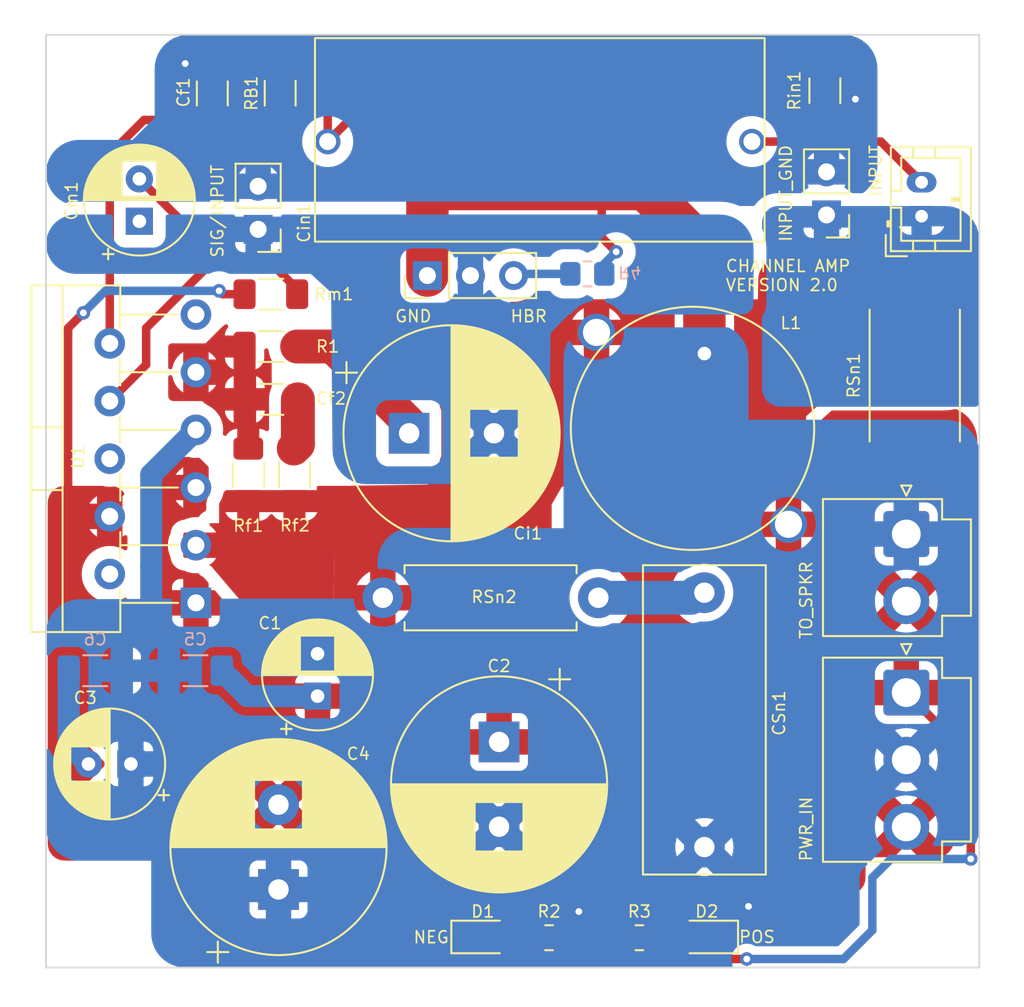
<source format=kicad_pcb>
(kicad_pcb (version 20240108) (generator "pcbnew") (generator_version "8.0")
  (layers (0 "F.Cu" signal) (31 "B.Cu" signal) (34 "B.Paste" user) (35 "F.Paste" user) (36 "B.SilkS" user "B.Silkscreen") (37 "F.SilkS" user "F.Silkscreen") (38 "B.Mask" user) (39 "F.Mask" user) (44 "Edge.Cuts" user))
  (net 0 "")
  (net 1 "CH1-IN")
  (net 2 "Net-(Ci1-Pad1)")
  (net 3 "VP")
  (net 4 "VM")
  (net 5 "CH1-OUT")
  (net 6 "INPUTGND")
  (net 7 "PGND")
  (net 8 "Net-(CSn1-Pad2)")
  (net 9 "Net-(D1-A)")
  (net 10 "Net-(D2-A)")
  (net 11 "Net-(Cin1-Pad2)")
  (net 12 "Net-(L1-Pad1)")
  (net 13 "SIGGND")
  (net 14 "Net-(U1-+)")
  (net 15 "CH1GND")
  (net 16 "OPAMP_NEG")
  (net 17 "Net-(Cf2-Pad1)")
  (net 19 "Net-(U1-MUTE)")
  (net 20 "Net-(J4-Pin_3)")
  (footprint "Capacitor_SMD:C_1206_3216Metric_Pad1.33x1.80mm_HandSolder" (layer "F.Cu") (at 86.1 80.9125 90)
    (property "Reference" "Cf1" (at 0.0625 -1.7 90) (layer "F.SilkS") (effects (font (size 0.7 0.7) (thickness 0.1))))
    (property "Value" "680p")
    (pad "1" smd roundrect (at -1.5625 0 90) (size 1.325 1.8) (layers "F.Cu" "F.Paste" "F.Mask") (roundrect_rratio 0.188679) (net 14 "Net-(U1-+)"))
    (pad "2" smd roundrect (at 1.5625 0 90) (size 1.325 1.8) (layers "F.Cu" "F.Paste" "F.Mask") (roundrect_rratio 0.188679) (net 6 "INPUTGND"))
  )
  (footprint "Resistor_SMD:R_1206_3216Metric_Pad1.30x1.75mm_HandSolder" (layer "F.Cu") (at 89.55 95.835)
    (property "Reference" "R1" (at 3.35 0 0) (layer "F.SilkS") (effects (font (size 0.7 0.7) (thickness 0.1))))
    (property "Value" "1.0K")
    (pad "1" smd roundrect (at -1.55 0) (size 1.3 1.75) (layers "F.Cu" "F.Paste" "F.Mask") (roundrect_rratio 0.192308) (net 16 "OPAMP_NEG"))
    (pad "2" smd roundrect (at 1.55 0) (size 1.3 1.75) (layers "F.Cu" "F.Paste" "F.Mask") (roundrect_rratio 0.192308) (net 2 "Net-(Ci1-Pad1)"))
  )
  (footprint "Capacitor_THT:CP_Radial_D6.3mm_P2.50mm" (layer "F.Cu") (at 81.3 120.45 180)
    (property "Reference" "C3" (at 2.687379 3.9 0) (layer "F.SilkS") (effects (font (size 0.7 0.7) (thickness 0.1))))
    (property "Value" "22U 50V")
    (pad "1" thru_hole rect (at 0 0 180) (size 1.6 1.6) (drill 0.8) (layers "*.Cu" "*.Mask") (net 7 "PGND"))
    (pad "2" thru_hole circle (at 2.5 0 180) (size 1.6 1.6) (drill 0.8) (layers "*.Cu" "*.Mask") (net 4 "VM"))
  )
  (footprint "Resistor_SMD:R_0805_2012Metric_Pad1.20x1.40mm_HandSolder" (layer "F.Cu") (at 111.27 130.695 180)
    (property "Reference" "R3" (at 0 1.545 0) (layer "F.SilkS") (effects (font (size 0.7 0.7) (thickness 0.1))))
    (property "Value" "9.1K")
    (pad "1" smd roundrect (at -1 0 180) (size 1.2 1.4) (layers "F.Cu" "F.Paste" "F.Mask") (roundrect_rratio 0.208333) (net 10 "Net-(D2-A)"))
    (pad "2" smd roundrect (at 1 0 180) (size 1.2 1.4) (layers "F.Cu" "F.Paste" "F.Mask") (roundrect_rratio 0.208333) (net 3 "VP"))
  )
  (footprint "Capacitor_THT:CP_Radial_D6.3mm_P2.50mm" (layer "F.Cu") (at 92.3 116.45 90)
    (property "Reference" "C1" (at 4.3 -2.8 0) (layer "F.SilkS") (effects (font (size 0.7 0.7) (thickness 0.1))))
    (property "Value" "22U 50V")
    (pad "1" thru_hole rect (at 0 0 90) (size 1.6 1.6) (drill 0.8) (layers "*.Cu" "*.Mask") (net 3 "VP"))
    (pad "2" thru_hole circle (at 2.5 0 90) (size 1.6 1.6) (drill 0.8) (layers "*.Cu" "*.Mask") (net 7 "PGND"))
  )
  (footprint "Capacitor_THT:CP_Radial_D12.5mm_P5.00mm" (layer "F.Cu") (at 97.7 100.95)
    (property "Reference" "Ci1" (at 7 5.9 0) (layer "F.SilkS") (effects (font (size 0.7 0.7) (thickness 0.1))))
    (property "Value" "470U")
    (pad "1" thru_hole rect (at 0 0) (size 2.4 2.4) (drill 1.2) (layers "*.Cu" "*.Mask") (net 2 "Net-(Ci1-Pad1)"))
    (pad "2" thru_hole circle (at 5 0) (size 2.4 2.4) (drill 1.2) (layers "*.Cu" "*.Mask") (net 13 "SIGGND"))
  )
  (footprint "MountingHole:MountingHole_3mm" (layer "F.Cu") (at 128.8 129.95)
    (property "Reference" "H4" (hide yes))
    (property "Value" "MountingHole")
    (pad "" np_thru_hole circle (at 0 0) (size 3 3) (drill 3) (layers "*.Cu" "*.Mask"))
  )
  (footprint "Connector_JST:JST_PH_B2B-PH-K_1x02_P2.00mm_Vertical" (layer "F.Cu") (at 127.9 88.15 90)
    (property "Reference" "J1" (hide yes))
    (property "Value" "Conn_01x02_Male")
    (pad "1" thru_hole roundrect (at 0 0 90) (size 1.2 1.75) (drill 0.75) (layers "*.Cu" "*.Mask") (roundrect_rratio 0.208333) (net 15 "CH1GND"))
    (pad "2" thru_hole oval (at 2 0 90) (size 1.2 1.75) (drill 0.75) (layers "*.Cu" "*.Mask") (net 1 "CH1-IN"))
  )
  (footprint "Connector_JST:JST_VH_B3P-VH-B_1x03_P3.96mm_Vertical" (layer "F.Cu") (at 127 116.24 -90)
    (property "Reference" "J6" (hide yes))
    (property "Value" "Conn_01x03_Male")
    (pad "1" thru_hole roundrect (at 0 0 270) (size 2.7 2.7) (drill 1.7) (layers "*.Cu" "*.Mask") (roundrect_rratio 0.092593) (net 3 "VP"))
    (pad "2" thru_hole circle (at 3.96 0 270) (size 2.7 2.7) (drill 1.7) (layers "*.Cu" "*.Mask") (net 7 "PGND"))
    (pad "3" thru_hole circle (at 7.92 0 270) (size 2.7 2.7) (drill 1.7) (layers "*.Cu" "*.Mask") (net 4 "VM"))
  )
  (footprint "Resistor_THT:R_Axial_DIN0411_L9.9mm_D3.6mm_P12.70mm_Horizontal" (layer "F.Cu") (at 108.85 110.65 180)
    (property "Reference" "RSn2" (at 6.15 0.05 0) (layer "F.SilkS") (effects (font (size 0.7 0.7) (thickness 0.1))))
    (property "Value" "4R7")
    (pad "1" thru_hole circle (at 0 0 180) (size 2.4 2.4) (drill 1.2) (layers "*.Cu" "*.Mask") (net 8 "Net-(CSn1-Pad2)"))
    (pad "2" thru_hole oval (at 12.7 0 180) (size 2.4 2.4) (drill 1.2) (layers "*.Cu" "*.Mask") (net 12 "Net-(L1-Pad1)"))
  )
  (footprint "Connector_PinHeader_2.54mm:PinHeader_1x02_P2.54mm_Vertical" (layer "F.Cu") (at 122.3 88.075 180)
    (property "Reference" "J2" (hide yes))
    (property "Value" "Conn_01x02_Male")
    (pad "1" thru_hole rect (at 0 0 180) (size 1.7 1.7) (drill 1) (layers "*.Cu" "*.Mask") (net 15 "CH1GND"))
    (pad "2" thru_hole oval (at 0 2.54 180) (size 1.7 1.7) (drill 1) (layers "*.Cu" "*.Mask") (net 6 "INPUTGND"))
  )
  (footprint "Resistor_SMD:R_1206_3216Metric_Pad1.30x1.75mm_HandSolder" (layer "F.Cu") (at 89.55 92.75 180)
    (property "Reference" "Rm1" (at -3.716667 0 0) (layer "F.SilkS") (effects (font (size 0.7 0.7) (thickness 0.1))))
    (property "Value" "38.3K")
    (pad "1" smd roundrect (at -1.55 0 180) (size 1.3 1.75) (layers "F.Cu" "F.Paste" "F.Mask") (roundrect_rratio 0.192308) (net 19 "Net-(U1-MUTE)"))
    (pad "2" smd roundrect (at 1.55 0 180) (size 1.3 1.75) (layers "F.Cu" "F.Paste" "F.Mask") (roundrect_rratio 0.192308) (net 4 "VM"))
  )
  (footprint "MountingHole:MountingHole_3mm" (layer "F.Cu") (at 78.8 79.95)
    (property "Reference" "H1" (hide yes))
    (property "Value" "MountingHole")
    (pad "" np_thru_hole circle (at 0 0) (size 3 3) (drill 3) (layers "*.Cu" "*.Mask"))
  )
  (footprint "Package_TO_SOT_THT:TO-220-11_P3.4x5.08mm_StaggerOdd_Lead4.85mm_Vertical" (layer "F.Cu") (at 85.135 110.95 90)
    (property "Reference" "U1" (at 8.6 -6.935 90) (layer "F.SilkS") (effects (font (size 0.7 0.7) (thickness 0.1))))
    (property "Value" "LM3886")
    (pad "1" thru_hole rect (at 0 0 90) (size 1.8 1.8) (drill 1) (layers "*.Cu" "*.Mask") (net 3 "VP"))
    (pad "2" thru_hole oval (at 1.7 -5.08 90) (size 1.8 1.8) (drill 1) (layers "*.Cu" "*.Mask"))
    (pad "3" thru_hole oval (at 3.4 0 90) (size 1.8 1.8) (drill 1) (layers "*.Cu" "*.Mask") (net 12 "Net-(L1-Pad1)"))
    (pad "4" thru_hole oval (at 5.1 -5.08 90) (size 1.8 1.8) (drill 1) (layers "*.Cu" "*.Mask") (net 4 "VM"))
    (pad "5" thru_hole oval (at 6.8 0 90) (size 1.8 1.8) (drill 1) (layers "*.Cu" "*.Mask") (net 3 "VP"))
    (pad "6" thru_hole oval (at 8.5 -5.08 90) (size 1.8 1.8) (drill 1) (layers "*.Cu" "*.Mask"))
    (pad "7" thru_hole oval (at 10.2 0 90) (size 1.8 1.8) (drill 1) (layers "*.Cu" "*.Mask") (net 7 "PGND"))
    (pad "8" thru_hole oval (at 11.9 -5.08 90) (size 1.8 1.8) (drill 1) (layers "*.Cu" "*.Mask") (net 19 "Net-(U1-MUTE)"))
    (pad "9" thru_hole oval (at 13.6 0 90) (size 1.8 1.8) (drill 1) (layers "*.Cu" "*.Mask") (net 16 "OPAMP_NEG"))
    (pad "10" thru_hole oval (at 15.3 -5.08 90) (size 1.8 1.8) (drill 1) (layers "*.Cu" "*.Mask") (net 14 "Net-(U1-+)"))
    (pad "11" thru_hole oval (at 17 0 90) (size 1.8 1.8) (drill 1) (layers "*.Cu" "*.Mask"))
  )
  (footprint "Components:4.7uF Polypropylene Aliexpress" (layer "F.Cu") (at 105.4 83.75 180)
    (property "Reference" "Cin1" (at 13.9 -4.8 90) (layer "F.SilkS") (effects (font (size 0.7 0.7) (thickness 0.1))))
    (property "Value" "4.7u")
    (pad "1" thru_hole circle (at -12.5 0 180) (size 1.5 1.5) (drill 1) (layers "*.Cu" "*.Mask") (net 1 "CH1-IN"))
    (pad "2" thru_hole circle (at 12.5 0 180) (size 1.5 1.5) (drill 1) (layers "*.Cu" "*.Mask") (net 11 "Net-(Cin1-Pad2)"))
  )
  (footprint "Connector_PinHeader_2.54mm:PinHeader_1x03_P2.54mm_Vertical" (layer "F.Cu") (at 98.775 91.65 90)
    (property "Reference" "J4" (hide yes))
    (property "Value" "Conn_01x03_Male")
    (pad "1" thru_hole rect (at 0 0 90) (size 1.7 1.7) (drill 1) (layers "*.Cu" "*.Mask") (net 7 "PGND"))
    (pad "2" thru_hole oval (at 0 2.54 90) (size 1.7 1.7) (drill 1) (layers "*.Cu" "*.Mask") (net 13 "SIGGND"))
    (pad "3" thru_hole oval (at 0 5.08 90) (size 1.7 1.7) (drill 1) (layers "*.Cu" "*.Mask") (net 20 "Net-(J4-Pin_3)"))
  )
  (footprint "Capacitor_THT:C_Rect_L18.0mm_W7.0mm_P15.00mm_FKS3_FKP3" (layer "F.Cu") (at 115.1 125.35 90)
    (property "Reference" "CSn1" (at 7.9 4.4 90) (layer "F.SilkS") (effects (font (size 0.7 0.7) (thickness 0.1))))
    (property "Value" " 220N PP 100V")
    (pad "1" thru_hole circle (at 0 0 90) (size 2.4 2.4) (drill 1.2) (layers "*.Cu" "*.Mask") (net 7 "PGND"))
    (pad "2" thru_hole circle (at 15 0 90) (size 2.4 2.4) (drill 1.2) (layers "*.Cu" "*.Mask") (net 8 "Net-(CSn1-Pad2)"))
  )
  (footprint "Resistor_SMD:R_0805_2012Metric_Pad1.20x1.40mm_HandSolder" (layer "F.Cu") (at 105.945 130.695)
    (property "Reference" "R2" (at 0 -1.545 0) (layer "F.SilkS") (effects (font (size 0.7 0.7) (thickness 0.1))))
    (property "Value" "9.1K")
    (pad "1" smd roundrect (at -1 0) (size 1.2 1.4) (layers "F.Cu" "F.Paste" "F.Mask") (roundrect_rratio 0.208333) (net 9 "Net-(D1-A)"))
    (pad "2" smd roundrect (at 1 0) (size 1.2 1.4) (layers "F.Cu" "F.Paste" "F.Mask") (roundrect_rratio 0.208333) (net 7 "PGND"))
  )
  (footprint "MountingHole:MountingHole_3mm" (layer "F.Cu") (at 128.8 79.95)
    (property "Reference" "H2" (hide yes))
    (property "Value" "MountingHole")
    (pad "" np_thru_hole circle (at 0 0) (size 3 3) (drill 3) (layers "*.Cu" "*.Mask"))
  )
  (footprint "Resistor_SMD:R_4020_10251Metric_Pad1.65x5.30mm_HandSolder" (layer "F.Cu") (at 127.5 97.55 90)
    (property "Reference" "RSn1" (at 0 -3.6 90) (layer "F.SilkS") (effects (font (size 0.7 0.7) (thickness 0.1))))
    (property "Value" "10R")
    (pad "1" smd roundrect (at -4.9 0 90) (size 1.65 5.3) (layers "F.Cu" "F.Paste" "F.Mask") (roundrect_rratio 0.151515) (net 5 "CH1-OUT"))
    (pad "2" smd roundrect (at 4.9 0 90) (size 1.65 5.3) (layers "F.Cu" "F.Paste" "F.Mask") (roundrect_rratio 0.151515) (net 12 "Net-(L1-Pad1)"))
  )
  (footprint "Connector_JST:JST_VH_B2P-VH_1x02_P3.96mm_Vertical" (layer "F.Cu") (at 127 106.89 -90)
    (property "Reference" "J5" (hide yes))
    (property "Value" "Conn_01x02_Male")
    (pad "1" thru_hole roundrect (at 0 0 270) (size 2.7 2.7) (drill 1.7) (layers "*.Cu" "*.Mask") (roundrect_rratio 0.092593) (net 7 "PGND"))
    (pad "2" thru_hole circle (at 3.96 0 270) (size 2.7 2.7) (drill 1.7) (layers "*.Cu" "*.Mask") (net 5 "CH1-OUT"))
  )
  (footprint "LED_SMD:LED_0805_2012Metric_Pad1.15x1.40mm_HandSolder" (layer "F.Cu") (at 115.225 130.65 180)
    (property "Reference" "D2" (at -0.02 1.5 0) (layer "F.SilkS") (effects (font (size 0.7 0.7) (thickness 0.1))))
    (property "Value" "BLUE")
    (pad "1" smd roundrect (at -1.025 0 180) (size 1.15 1.4) (layers "F.Cu" "F.Paste" "F.Mask") (roundrect_rratio 0.217391) (net 7 "PGND"))
    (pad "2" smd roundrect (at 1.025 0 180) (size 1.15 1.4) (layers "F.Cu" "F.Paste" "F.Mask") (roundrect_rratio 0.217391) (net 10 "Net-(D2-A)"))
  )
  (footprint "Resistor_SMD:R_1206_3216Metric_Pad1.30x1.75mm_HandSolder" (layer "F.Cu") (at 122.2 80.75 90)
    (property "Reference" "Rin1" (at 0 -1.8 90) (layer "F.SilkS") (effects (font (size 0.7 0.7) (thickness 0.1))))
    (property "Value" "20K")
    (pad "1" smd roundrect (at -1.55 0 90) (size 1.3 1.75) (layers "F.Cu" "F.Paste" "F.Mask") (roundrect_rratio 0.192308) (net 6 "INPUTGND"))
    (pad "2" smd roundrect (at 1.55 0 90) (size 1.3 1.75) (layers "F.Cu" "F.Paste" "F.Mask") (roundrect_rratio 0.192308) (net 11 "Net-(Cin1-Pad2)"))
  )
  (footprint "Capacitor_THT:CP_Radial_D6.3mm_P2.50mm" (layer "F.Cu") (at 81.8 88.45 90)
    (property "Reference" "Cm1" (at 1.2 -4 90) (layer "F.SilkS") (effects (font (size 0.7 0.7) (thickness 0.1))))
    (property "Value" "47U 50V")
    (pad "1" thru_hole rect (at 0 0 90) (size 1.6 1.6) (drill 0.8) (layers "*.Cu" "*.Mask"))
    (pad "2" thru_hole circle (at 2.5 0 90) (size 1.6 1.6) (drill 0.8) (layers "*.Cu" "*.Mask") (net 19 "Net-(U1-MUTE)"))
  )
  (footprint "Capacitor_SMD:C_1206_3216Metric_Pad1.33x1.80mm_HandSolder" (layer "F.Cu") (at 89.58 98.95 180)
    (property "Reference" "Cf2" (at -3.52 0.05 0) (layer "F.SilkS") (effects (font (size 0.7 0.7) (thickness 0.1))))
    (property "Value" "47P")
    (pad "1" smd roundrect (at -1.5625 0 180) (size 1.325 1.8) (layers "F.Cu" "F.Paste" "F.Mask") (roundrect_rratio 0.188679) (net 17 "Net-(Cf2-Pad1)"))
    (pad "2" smd roundrect (at 1.5625 0 180) (size 1.325 1.8) (layers "F.Cu" "F.Paste" "F.Mask") (roundrect_rratio 0.188679) (net 16 "OPAMP_NEG"))
  )
  (footprint "Capacitor_THT:CP_Radial_D12.5mm_P5.00mm" (layer "F.Cu") (at 103 119.15 -90)
    (property "Reference" "C2" (at -4.476041 0 0) (layer "F.SilkS") (effects (font (size 0.7 0.7) (thickness 0.1))))
    (property "Value" "1000U 50V")
    (pad "1" thru_hole rect (at 0 0 270) (size 2.4 2.4) (drill 1.2) (layers "*.Cu" "*.Mask") (net 3 "VP"))
    (pad "2" thru_hole circle (at 5 0 270) (size 2.4 2.4) (drill 1.2) (layers "*.Cu" "*.Mask") (net 7 "PGND"))
  )
  (footprint "MountingHole:MountingHole_3mm" (layer "F.Cu") (at 78.8 129.95)
    (property "Reference" "H3" (hide yes))
    (property "Value" "MountingHole")
    (pad "" np_thru_hole circle (at 0 0) (size 3 3) (drill 3) (layers "*.Cu" "*.Mask"))
  )
  (footprint "Resistor_SMD:R_1206_3216Metric_Pad1.30x1.75mm_HandSolder" (layer "F.Cu") (at 90.94 103.4 90)
    (property "Reference" "Rf2" (at -2.98 0.03 0) (layer "F.SilkS") (effects (font (size 0.7 0.7) (thickness 0.1))))
    (property "Value" "20K")
    (pad "1" smd roundrect (at -1.55 0 90) (size 1.3 1.75) (layers "F.Cu" "F.Paste" "F.Mask") (roundrect_rratio 0.192308) (net 12 "Net-(L1-Pad1)"))
    (pad "2" smd roundrect (at 1.55 0 90) (size 1.3 1.75) (layers "F.Cu" "F.Paste" "F.Mask") (roundrect_rratio 0.192308) (net 17 "Net-(Cf2-Pad1)"))
  )
  (footprint "Resistor_SMD:R_1206_3216Metric_Pad1.30x1.75mm_HandSolder" (layer "F.Cu") (at 90.1 80.9 -90)
    (property "Reference" "RB1" (at 0 1.7 90) (layer "F.SilkS") (effects (font (size 0.7 0.7) (thickness 0.1))))
    (property "Value" "1.2K")
    (pad "1" smd roundrect (at -1.55 0 270) (size 1.3 1.75) (layers "F.Cu" "F.Paste" "F.Mask") (roundrect_rratio 0.192308) (net 11 "Net-(Cin1-Pad2)"))
    (pad "2" smd roundrect (at 1.55 0 270) (size 1.3 1.75) (layers "F.Cu" "F.Paste" "F.Mask") (roundrect_rratio 0.192308) (net 14 "Net-(U1-+)"))
  )
  (footprint "Resistor_SMD:R_1206_3216Metric_Pad1.30x1.75mm_HandSolder" (layer "F.Cu") (at 88.22 103.4 90)
    (property "Reference" "Rf1" (at -3 0 0) (layer "F.SilkS") (effects (font (size 0.7 0.7) (thickness 0.1))))
    (property "Value" "23.4K")
    (pad "1" smd roundrect (at -1.55 0 90) (size 1.3 1.75) (layers "F.Cu" "F.Paste" "F.Mask") (roundrect_rratio 0.192308) (net 12 "Net-(L1-Pad1)"))
    (pad "2" smd roundrect (at 1.55 0 90) (size 1.3 1.75) (layers "F.Cu" "F.Paste" "F.Mask") (roundrect_rratio 0.192308) (net 16 "OPAMP_NEG"))
  )
  (footprint "Connector_PinHeader_2.54mm:PinHeader_1x02_P2.54mm_Vertical" (layer "F.Cu") (at 88.8 88.925 180)
    (property "Reference" "J3" (hide yes))
    (property "Value" "Conn_01x02_Male")
    (pad "1" thru_hole rect (at 0 0 180) (size 1.7 1.7) (drill 1) (layers "*.Cu" "*.Mask") (net 13 "SIGGND"))
    (pad "2" thru_hole oval (at 0 2.54 180) (size 1.7 1.7) (drill 1) (layers "*.Cu" "*.Mask") (net 6 "INPUTGND"))
  )
  (footprint "Components:500nH Inductor Aliexpress Air Gap" (layer "F.Cu") (at 114.4 100.65973 -45)
    (property "Reference" "L1" (at -0.289723 -8.492162 0) (layer "F.SilkS") (effects (font (size 0.7 0.7) (thickness 0.1))))
    (property "Value" "500nH")
    (pad "1" thru_hole circle (at -8 0 315) (size 2.2 2.2) (drill 1.6) (layers "*.Cu" "*.Mask") (net 12 "Net-(L1-Pad1)"))
    (pad "2" thru_hole circle (at 8 0 315) (size 2.2 2.2) (drill 1.6) (layers "*.Cu" "*.Mask") (net 5 "CH1-OUT"))
  )
  (footprint "LED_SMD:LED_0805_2012Metric_Pad1.15x1.40mm_HandSolder" (layer "F.Cu") (at 102.045 130.65)
    (property "Reference" "D1" (at 0 -1.5 0) (layer "F.SilkS") (effects (font (size 0.7 0.7) (thickness 0.1))))
    (property "Value" "YELLOW")
    (pad "1" smd roundrect (at -1.025 0) (size 1.15 1.4) (layers "F.Cu" "F.Paste" "F.Mask") (roundrect_rratio 0.217391) (net 4 "VM"))
    (pad "2" smd roundrect (at 1.025 0) (size 1.15 1.4) (layers "F.Cu" "F.Paste" "F.Mask") (roundrect_rratio 0.217391) (net 9 "Net-(D1-A)"))
  )
  (footprint "Capacitor_THT:CP_Radial_D12.5mm_P5.00mm" (layer "F.Cu") (at 90 127.85 90)
    (property "Reference" "C4" (at 8 4.7 0) (layer "F.SilkS") (effects (font (size 0.7 0.7) (thickness 0.1))))
    (property "Value" "1000U 50V")
    (pad "1" thru_hole rect (at 0 0 90) (size 2.4 2.4) (drill 1.2) (layers "*.Cu" "*.Mask") (net 7 "PGND"))
    (pad "2" thru_hole circle (at 5 0 90) (size 2.4 2.4) (drill 1.2) (layers "*.Cu" "*.Mask") (net 4 "VM"))
  )
  (footprint "Resistor_SMD:R_0805_2012Metric_Pad1.20x1.40mm_HandSolder" (layer "B.Cu") (at 108.2 91.55)
    (property "Reference" "R4" (at 2.5 -0.1 180) (layer "B.SilkS") (effects (font (size 0.7 0.7) (thickness 0.1)) (justify mirror)))
    (property "Value" "15R")
    (pad "1" smd roundrect (at -1 0) (size 1.2 1.4) (layers "B.Cu" "B.Paste" "B.Mask") (roundrect_rratio 0.208333) (net 20 "Net-(J4-Pin_3)"))
    (pad "2" smd roundrect (at 1 0) (size 1.2 1.4) (layers "B.Cu" "B.Paste" "B.Mask") (roundrect_rratio 0.208333) (net 7 "PGND"))
  )
  (footprint "Capacitor_SMD:C_1206_3216Metric_Pad1.33x1.80mm_HandSolder" (layer "B.Cu") (at 85.1 114.95 180)
    (property "Reference" "C5" (at 0 1.85 0) (layer "B.SilkS") (effects (font (size 0.7 0.7) (thickness 0.1)) (justify mirror)))
    (property "Value" "4.7U X7R 50V")
    (pad "1" smd roundrect (at -1.5625 0 180) (size 1.325 1.8) (layers "B.Cu" "B.Paste" "B.Mask") (roundrect_rratio 0.188679) (net 3 "VP"))
    (pad "2" smd roundrect (at 1.5625 0 180) (size 1.325 1.8) (layers "B.Cu" "B.Paste" "B.Mask") (roundrect_rratio 0.188679) (net 7 "PGND"))
  )
  (footprint "Capacitor_SMD:C_1206_3216Metric_Pad1.33x1.80mm_HandSolder" (layer "B.Cu") (at 79.2 114.95 180)
    (property "Reference" "C6" (at 0 1.85 0) (layer "B.SilkS") (effects (font (size 0.7 0.7) (thickness 0.1)) (justify mirror)))
    (property "Value" "4.7U X7R 50V")
    (pad "1" smd roundrect (at -1.5625 0 180) (size 1.325 1.8) (layers "B.Cu" "B.Paste" "B.Mask") (roundrect_rratio 0.188679) (net 7 "PGND"))
    (pad "2" smd roundrect (at 1.5625 0 180) (size 1.325 1.8) (layers "B.Cu" "B.Paste" "B.Mask") (roundrect_rratio 0.188679) (net 4 "VM"))
  )
  (gr_line (start 131.3 77.45) (end 131.3 132.45) (stroke (width 0.1)) (layer "Edge.Cuts"))
  (gr_line (start 76.3 77.45) (end 76.3 132.45) (stroke (width 0.1)) (layer "Edge.Cuts"))
  (gr_line (start 76.3 77.45) (end 131.3 77.45) (stroke (width 0.1)) (layer "Edge.Cuts"))
  (gr_line (start 76.3 132.45) (end 131.3 132.45) (stroke (width 0.1)) (layer "Edge.Cuts"))
  (gr_text "GND" (at 96.815 94.05 0) (layer "F.SilkS") (effects (font (size 0.7 0.7) (thickness 0.1)) (justify left)))
  (gr_text "INPUT_GND" (at 119.9 89.716666 90) (layer "F.SilkS") (effects (font (size 0.7 0.7) (thickness 0.1)) (justify left)))
  (gr_text "HBR\n" (at 103.615 94.05 0) (layer "F.SilkS") (effects (font (size 0.7 0.7) (thickness 0.1)) (justify left)))
  (gr_text "TO_SPKR" (at 121.1 113.136801 90) (layer "F.SilkS") (effects (font (size 0.7 0.7) (thickness 0.1)) (justify left)))
  (gr_text "POS" (at 117.085 130.65 0) (layer "F.SilkS") (effects (font (size 0.7 0.7) (thickness 0.1)) (justify left)))
  (gr_text "PWR_IN\n" (at 121.1 126.25 90) (layer "F.SilkS") (effects (font (size 0.7 0.7) (thickness 0.1)) (justify left)))
  (gr_text "SIG/INPUT\n" (at 86.4 90.65 90) (layer "F.SilkS") (effects (font (size 0.7 0.7) (thickness 0.1)) (justify left)))
  (gr_text "CHANNEL AMP\nVERSION 2.0" (at 116.3 91.65 0) (layer "F.SilkS") (effects (font (size 0.7 0.7) (thickness 0.1)) (justify left)))
  (gr_text "NEG" (at 97.9 130.665 0) (layer "F.SilkS") (effects (font (size 0.7 0.7) (thickness 0.1)) (justify left)))
  (gr_text "INPUT" (at 125.2 87.05 90) (layer "F.SilkS") (effects (font (size 0.7 0.7) (thickness 0.1)) (justify left)))
  (segment (start 125.5 83.75) (end 117.9 83.75) (width 0.5) (layer "F.Cu") (net 1))
  (segment (start 127.9 86.15) (end 125.5 83.75) (width 0.5) (layer "F.Cu") (net 1))
  (segment (start 93.185 95.835) (end 97.7 100.35) (width 2) (layer "F.Cu") (net 2))
  (segment (start 91.1 95.835) (end 93.185 95.835) (width 2) (layer "F.Cu") (net 2))
  (segment (start 127 116.24) (end 130.8 120.04) (width 0.5) (layer "F.Cu") (net 3))
  (segment (start 117.6 131.95) (end 111.525 131.95) (width 0.5) (layer "F.Cu") (net 3))
  (segment (start 111.525 131.95) (end 110.27 130.695) (width 0.5) (layer "F.Cu") (net 3))
  (segment (start 130.8 120.04) (end 130.8 126.05) (width 0.5) (layer "F.Cu") (net 3))
  (via (at 117.6 131.95) (size 0.8) (drill 0.4) (layers "F.Cu" "B.Cu") (net 3))
  (via (at 130.8 126.05) (size 0.8) (drill 0.4) (layers "F.Cu" "B.Cu") (net 3))
  (segment (start 88.1625 116.45) (end 86.6625 114.95) (width 1.3) (layer "B.Cu") (net 3))
  (segment (start 92.3 116.45) (end 88.1625 116.45) (width 1.3) (layer "B.Cu") (net 3))
  (segment (start 125 130.25) (end 123.3 131.95) (width 0.5) (layer "B.Cu") (net 3))
  (segment (start 123.3 131.95) (end 117.6 131.95) (width 0.5) (layer "B.Cu") (net 3))
  (segment (start 125 127.15) (end 125 130.25) (width 0.5) (layer "B.Cu") (net 3))
  (segment (start 130.8 126.05) (end 126.1 126.05) (width 0.5) (layer "B.Cu") (net 3))
  (segment (start 126.1 126.05) (end 125 127.15) (width 0.5) (layer "B.Cu") (net 3))
  (segment (start 77.6 104.45) (end 77.3 104.75) (width 0.5) (layer "F.Cu") (net 4))
  (segment (start 88.1 92.75) (end 86.7 92.75) (width 0.5) (layer "F.Cu") (net 4))
  (segment (start 77.6 94.75) (end 77.6 94.95) (width 0.5) (layer "F.Cu") (net 4))
  (segment (start 86.7 92.75) (end 86.5 92.55) (width 0.5) (layer "F.Cu") (net 4))
  (segment (start 78.5 93.85) (end 77.6 94.75) (width 0.5) (layer "F.Cu") (net 4))
  (segment (start 97 130.65) (end 94 127.65) (width 0.5) (layer "F.Cu") (net 4))
  (segment (start 77.6 94.95) (end 77.6 104.45) (width 0.5) (layer "F.Cu") (net 4))
  (segment (start 101.02 130.65) (end 97 130.65) (width 0.5) (layer "F.Cu") (net 4))
  (via (at 78.5 93.85) (size 0.8) (drill 0.4) (layers "F.Cu" "B.Cu") (net 4))
  (via (at 86.5 92.55) (size 0.8) (drill 0.4) (layers "F.Cu" "B.Cu") (net 4))
  (segment (start 86.5 92.55) (end 79.8 92.55) (width 0.5) (layer "B.Cu") (net 4))
  (segment (start 77.6375 119.2875) (end 78.8 120.45) (width 1.3) (layer "B.Cu") (net 4))
  (segment (start 79.8 92.55) (end 78.5 93.85) (width 0.5) (layer "B.Cu") (net 4))
  (segment (start 77.6375 114.95) (end 77.6375 119.2875) (width 1.3) (layer "B.Cu") (net 4))
  (segment (start 122.2 82.3) (end 122.95 82.3) (width 0.5) (layer "F.Cu") (net 6))
  (segment (start 122.95 82.3) (end 124 81.25) (width 0.5) (layer "F.Cu") (net 6))
  (segment (start 84.7 79.35) (end 84.5 79.15) (width 0.5) (layer "F.Cu") (net 6))
  (segment (start 86.1 79.35) (end 84.7 79.35) (width 0.5) (layer "F.Cu") (net 6))
  (via (at 124 81.25) (size 0.8) (drill 0.4) (layers "F.Cu" "B.Cu") (net 6))
  (via (at 84.5 79.15) (size 0.8) (drill 0.4) (layers "F.Cu" "B.Cu") (net 6))
  (segment (start 99.5 86.55) (end 109.3 86.55) (width 2.5) (layer "F.Cu") (net 7))
  (segment (start 116.25 130.3) (end 117.7 128.85) (width 0.5) (layer "F.Cu") (net 7))
  (segment (start 109.05 89.4) (end 109.9 90.25) (width 0.5) (layer "F.Cu") (net 7))
  (segment (start 98.775 91.65) (end 98.9 91.65) (width 0.5) (layer "F.Cu") (net 7))
  (segment (start 109.05 86.8) (end 109.05 89.4) (width 0.5) (layer "F.Cu") (net 7))
  (segment (start 106.945 130.695) (end 106.945 129.905) (width 0.5) (layer "F.Cu") (net 7))
  (segment (start 111.6 86.55) (end 112.3 87.25) (width 2.5) (layer "F.Cu") (net 7))
  (segment (start 98.775 91.65) (end 98.775 87.275) (width 2.5) (layer "F.Cu") (net 7))
  (segment (start 112.3 87.25) (end 115.1 90.05) (width 2.5) (layer "F.Cu") (net 7))
  (segment (start 109.3 86.55) (end 109.05 86.8) (width 0.5) (layer "F.Cu") (net 7))
  (segment (start 109.3 86.55) (end 111.6 86.55) (width 2.5) (layer "F.Cu") (net 7))
  (segment (start 115.1 90.05) (end 115.1 96.25) (width 2.5) (layer "F.Cu") (net 7))
  (segment (start 116.25 130.65) (end 116.25 130.3) (width 0.5) (layer "F.Cu") (net 7))
  (segment (start 98.775 87.275) (end 99.5 86.55) (width 2.5) (layer "F.Cu") (net 7))
  (segment (start 106.945 129.905) (end 107.7 129.15) (width 0.5) (layer "F.Cu") (net 7))
  (via (at 115.1 96.25) (size 2) (drill 0.8) (layers "F.Cu" "B.Cu") (net 7))
  (via (at 107.7 129.15) (size 0.8) (drill 0.4) (layers "F.Cu" "B.Cu") (net 7))
  (via (at 117.7 128.85) (size 0.8) (drill 0.4) (layers "F.Cu" "B.Cu") (net 7))
  (via (at 109.9 90.25) (size 0.8) (drill 0.4) (layers "F.Cu" "B.Cu") (net 7))
  (segment (start 109.2 91.55) (end 109.2 90.95) (width 0.5) (layer "B.Cu") (net 7))
  (segment (start 109.2 90.95) (end 109.9 90.25) (width 0.5) (layer "B.Cu") (net 7))
  (segment (start 82.5 108.75) (end 82.5 111.65) (width 1.3) (layer "B.Cu") (net 7))
  (segment (start 82.5 103.385) (end 82.5 108.75) (width 1.3) (layer "B.Cu") (net 7))
  (segment (start 85.135 100.75) (end 82.5 103.385) (width 1.3) (layer "B.Cu") (net 7))
  (segment (start 82.5 111.65) (end 82.6 111.75) (width 1.3) (layer "B.Cu") (net 7))
  (segment (start 108.85 110.65) (end 114.3 110.65) (width 2) (layer "B.Cu") (net 8))
  (segment (start 114.3 110.65) (end 114.6 110.35) (width 2) (layer "B.Cu") (net 8))
  (segment (start 104.9 130.65) (end 104.945 130.695) (width 0.5) (layer "F.Cu") (net 9))
  (segment (start 103.07 130.65) (end 104.9 130.65) (width 0.5) (layer "F.Cu") (net 9))
  (segment (start 114.155 130.695) (end 114.2 130.65) (width 0.5) (layer "F.Cu") (net 10))
  (segment (start 112.27 130.695) (end 114.155 130.695) (width 0.5) (layer "F.Cu") (net 10))
  (segment (start 122.2 79.2) (end 97.45 79.2) (width 0.5) (layer "F.Cu") (net 11))
  (segment (start 92.9 82.15) (end 92.9 83.75) (width 0.5) (layer "F.Cu") (net 11))
  (segment (start 97.45 79.2) (end 92.9 83.75) (width 0.5) (layer "F.Cu") (net 11))
  (segment (start 90.1 79.35) (end 92.9 82.15) (width 0.5) (layer "F.Cu") (net 11))
  (segment (start 80.055 95.65) (end 80.055 84.495) (width 0.5) (layer "F.Cu") (net 14))
  (segment (start 90.1 82.45) (end 86.125 82.45) (width 0.5) (layer "F.Cu") (net 14))
  (segment (start 80.055 84.495) (end 82.075 82.475) (width 0.5) (layer "F.Cu") (net 14))
  (segment (start 82.075 82.475) (end 86.1 82.475) (width 0.5) (layer "F.Cu") (net 14))
  (segment (start 86.125 82.45) (end 86.1 82.475) (width 0.5) (layer "F.Cu") (net 14))
  (segment (start 91.1425 101.6075) (end 90.9 101.85) (width 2) (layer "F.Cu") (net 17))
  (segment (start 91.1425 98.95) (end 91.1425 101.6075) (width 2) (layer "F.Cu") (net 17))
  (segment (start 85.7 91.05) (end 85.7 89.85) (width 0.5) (layer "F.Cu") (net 19))
  (segment (start 91.2 92.55) (end 89.8 91.15) (width 0.5) (layer "F.Cu") (net 19))
  (segment (start 82.2 96.905) (end 82.2 94.75) (width 0.5) (layer "F.Cu") (net 19))
  (segment (start 82.2 94.75) (end 85.8 91.15) (width 0.5) (layer "F.Cu") (net 19))
  (segment (start 85.7 89.85) (end 81.8 85.95) (width 0.5) (layer "F.Cu") (net 19))
  (segment (start 85.8 91.15) (end 85.7 91.05) (width 0.5) (layer "F.Cu") (net 19))
  (segment (start 80.055 99.05) (end 82.2 96.905) (width 0.5) (layer "F.Cu") (net 19))
  (segment (start 89.8 91.15) (end 85.8 91.15) (width 0.5) (layer "F.Cu") (net 19))
  (segment (start 91.2 92.75) (end 91.2 92.55) (width 0.5) (layer "F.Cu") (net 19))
  (segment (start 103.955 91.55) (end 103.855 91.65) (width 0.5) (layer "F.Cu") (net 20))
  (segment (start 107.2 91.55) (end 103.955 91.55) (width 0.5) (layer "B.Cu") (net 20))
  (segment (start 103.955 91.55) (end 103.855 91.65) (width 0.5) (layer "B.Cu") (net 20))
  (zone (net 12) (net_name "Net-(L1-Pad1)") (layer "F.Cu") (priority 4) (connect_pads (clearance 0.5)) (min_thickness 0.254) (fill yes (thermal_gap 0.508) (thermal_bridge_width 1.5) (smoothing fillet) (radius 2))
    (polygon (pts (xy 118.3 90.65) (xy 131.2 90.65) (xy 131.2 98.85) (xy 122.3 98.85) (xy 121.1 99.95) (xy 120.9 103.25) (xy 106.3 103.522661) (xy 106.2 99.153122) (xy 106.2 94.55) (xy 107.6 93.05) (xy 112.3 93.05) (xy 118.254299 93.05)))
  )
  (zone (net 4) (net_name "VM") (layer "F.Cu") (connect_pads (clearance 0.75)) (min_thickness 0.254) (fill yes (thermal_gap 0.508) (thermal_bridge_width 1.5) (smoothing fillet) (radius 1))
    (polygon (pts (xy 81.1 121.05) (xy 129.8 121.05) (xy 129.8 125.95) (xy 124.6 125.95) (xy 124.6 128.15) (xy 82.6 128.15) (xy 82.6 126.15) (xy 76.4 126.15) (xy 76.4 104.05) (xy 81.1 104.05)))
  )
  (zone (net 16) (net_name "OPAMP_NEG") (layer "F.Cu") (priority 6) (connect_pads (clearance 0.7)) (min_thickness 0.254) (fill yes (thermal_gap 0.508) (thermal_bridge_width 1.5) (smoothing fillet) (radius 2))
    (polygon (pts (xy 85.7 95.65) (xy 87.2 94.15) (xy 89.6 94.15) (xy 89.6 102.35) (xy 89.2 102.85) (xy 87.3 102.85) (xy 85.9 99.35) (xy 85.6 99.15) (xy 85.5 99.05) (xy 83.5 99.05) (xy 83.5 98.45) (xy 83.5 97.65) (xy 83.5 95.65) (xy 83.9 95.65)))
  )
  (zone (net 3) (net_name "VP") (layer "F.Cu") (connect_pads (clearance 0.75)) (min_thickness 0.254) (fill yes (thermal_gap 0.508) (thermal_bridge_width 1.5) (smoothing chamfer) (radius 1))
    (polygon (pts (xy 86.3 110.05) (xy 89.407734 113.848342) (xy 99.497845 113.807302) (xy 111.895691 113.764605) (xy 129.804601 113.729842) (xy 129.705026 120.230315) (xy 81.900067 120.250778) (xy 81.900022 102.350006) (xy 86.3 102.35)))
  )
  (zone (net 12) (net_name "Net-(L1-Pad1)") (layer "F.Cu") (priority 7) (connect_pads (clearance 0.7)) (min_thickness 0.254) (fill yes (thermal_gap 0.508) (thermal_bridge_width 1.5) (smoothing fillet) (radius 2))
    (polygon (pts (xy 107.6 93.05) (xy 103.6 93.05) (xy 99.5 97.15) (xy 99.5 103.15) (xy 98.798969 103.977509) (xy 93.3 104.055685) (xy 93.3 108.15) (xy 93.2 113.25) (xy 106.6 113.25) (xy 106.1 113.75) (xy 106.1 105.15) (xy 106.677313 104.15) (xy 107.6 103.55)))
  )
  (zone (net 12) (net_name "Net-(L1-Pad1)") (layer "F.Cu") (priority 5) (connect_pads (clearance 0.75)) (min_thickness 0.254) (fill yes (thermal_gap 0.508) (thermal_bridge_width 1.5) (smoothing fillet) (radius 2))
    (polygon (pts (xy 84.442857 106.25) (xy 85.1 106.25) (xy 86.5 106.25) (xy 86.5 104.05) (xy 93.9 104.05) (xy 93.9 113.35) (xy 91.467952 113.517952) (xy 90 113.45) (xy 86 108.75) (xy 84.021699 108.75) (xy 84 106.25)))
  )
  (zone (net 5) (net_name "CH1-OUT") (layer "F.Cu") (connect_pads (clearance 0.75)) (min_thickness 0.254) (fill yes (thermal_gap 0.508) (thermal_bridge_width 1.5) (smoothing fillet) (radius 2))
    (polygon (pts (xy 131.302275 112.949052) (xy 109 113.05) (xy 106.7 112.807895) (xy 106.7 104.05) (xy 121.1 104.05) (xy 121.6 99.35) (xy 131.164165 99.385835)))
  )
  (zone (net 7) (net_name "PGND") (layer "B.Cu") (connect_pads (clearance 0.5)) (min_thickness 0.254) (fill yes (thermal_gap 0.508) (thermal_bridge_width 1.5) (smoothing fillet) (radius 2))
    (polygon (pts (xy 106.8 94.499321) (xy 117.7 94.548643) (xy 117.7 100.15) (xy 132.1 100.15) (xy 132.1 126.25) (xy 124.7 126.25) (xy 124.7 133.25) (xy 82.5 133.25) (xy 82.5 126.15) (xy 75 126.15) (xy 75.1 110.75) (xy 86 110.7) (xy 95.807496 110.7) (xy 95.87981 106.520572) (xy 106.8 106.55)))
  )
  (zone (net 15) (net_name "CH1GND") (layer "B.Cu") (priority 2) (connect_pads (clearance 0.75)) (min_thickness 0.25) (fill yes (thermal_gap 0.5) (thermal_bridge_width 1.5) (smoothing fillet) (radius 2))
    (polygon (pts (xy 119.025 87.55) (xy 131.7 87.55) (xy 131.7 98.85) (xy 131.164165 99.385835) (xy 119.135835 99.385835) (xy 118.5 98.75) (xy 118.5 88.15)))
  )
  (zone (net 6) (net_name "INPUTGND") (layer "B.Cu") (priority 1) (connect_pads (clearance 0.75)) (min_thickness 0.25) (fill yes (thermal_gap 0.5) (thermal_bridge_width 1.5) (smoothing fillet) (radius 2))
    (polygon (pts (xy 125.3 77.05) (xy 125.3 87.15) (xy 118.633333 87.15) (xy 118.3 87.55) (xy 117 87.55) (xy 75.6 87.55) (xy 75.5 85.35) (xy 75.5 83.75) (xy 75.6 83.65) (xy 81.4 83.65) (xy 82.7 82.35) (xy 82.7 76.85) (xy 125.1 76.85)))
  )
  (zone (net 13) (net_name "SIGGND") (layer "B.Cu") (priority 3) (connect_pads (clearance 0.75)) (min_thickness 0.25) (fill yes (thermal_gap 0.5) (thermal_bridge_width 1.5) (smoothing fillet) (radius 2))
    (polygon (pts (xy 118 88.05) (xy 118 93.55) (xy 117.6 93.95) (xy 107.1 93.95) (xy 106.035843 95.050413) (xy 105.933364 103.95) (xy 93.2 103.95) (xy 93.1 92.65) (xy 91.9 91.55) (xy 76 91.55) (xy 75 90.05) (xy 75 88.25) (xy 75.2 88.05)))
  )
)
</source>
